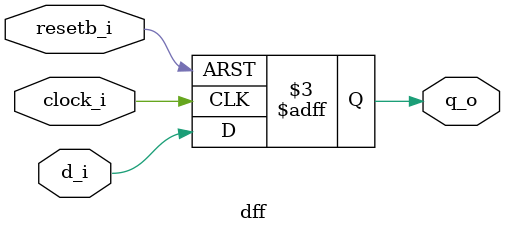
<source format=sv>
module dff (
    input  logic d_i,
    input  logic clock_i,
    input  logic resetb_i,
    output logic q_o
);

    // Sequential process
    always_ff @(posedge clock_i or negedge resetb_i) begin : seq_0
        if (resetb_i == 1'b0)
            // Nonblocking assignment
            q_o <= 1'b0;
        else
            q_o <= d_i;
    end : seq_0

endmodule : dff

</source>
